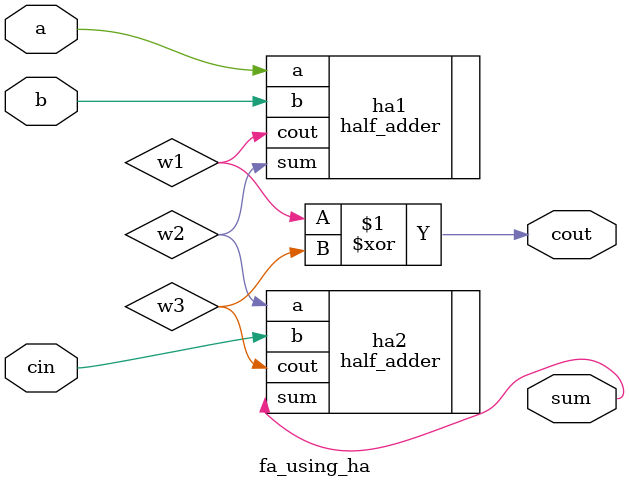
<source format=v>
module fa_using_ha (
    input a, b,
    input cin,
    output cout, 
    output sum
);
    wire w1, w2, w3;

    half_adder ha1( .a(a), .b(b), .cout(w1), .sum(w2));
    half_adder ha2( .a(w2), .b(cin), .cout(w3), .sum(sum));


    assign cout = w1 ^ w3;

endmodule
</source>
